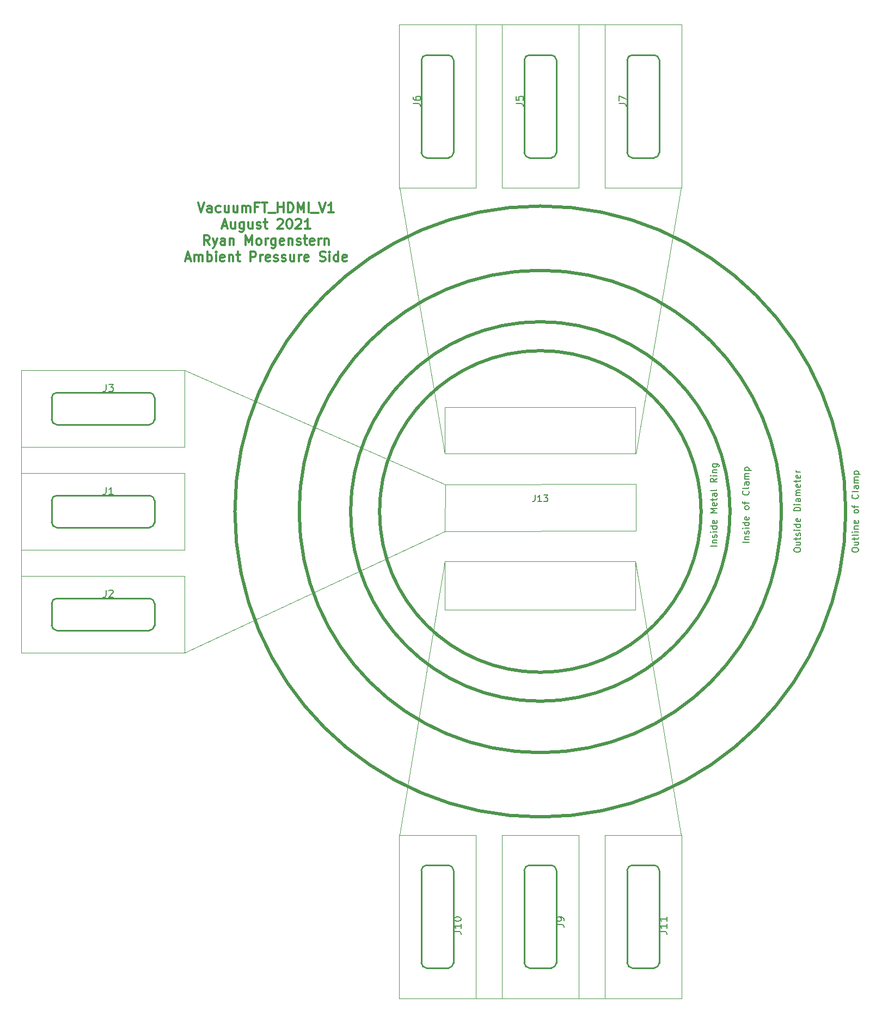
<source format=gbr>
%TF.GenerationSoftware,KiCad,Pcbnew,(5.1.9)-1*%
%TF.CreationDate,2021-08-09T12:21:21-06:00*%
%TF.ProjectId,VacuumFeedThruHDMI,56616375-756d-4466-9565-645468727548,rev?*%
%TF.SameCoordinates,Original*%
%TF.FileFunction,Legend,Top*%
%TF.FilePolarity,Positive*%
%FSLAX46Y46*%
G04 Gerber Fmt 4.6, Leading zero omitted, Abs format (unit mm)*
G04 Created by KiCad (PCBNEW (5.1.9)-1) date 2021-08-09 12:21:21*
%MOMM*%
%LPD*%
G01*
G04 APERTURE LIST*
%ADD10C,0.300000*%
%ADD11C,0.120000*%
%ADD12C,0.254000*%
%ADD13C,0.500000*%
%ADD14C,0.152000*%
%ADD15C,0.150000*%
G04 APERTURE END LIST*
D10*
X-53242857Y48046428D02*
X-52742857Y46546428D01*
X-52242857Y48046428D01*
X-51100000Y46546428D02*
X-51100000Y47332142D01*
X-51171428Y47475000D01*
X-51314285Y47546428D01*
X-51600000Y47546428D01*
X-51742857Y47475000D01*
X-51100000Y46617857D02*
X-51242857Y46546428D01*
X-51600000Y46546428D01*
X-51742857Y46617857D01*
X-51814285Y46760714D01*
X-51814285Y46903571D01*
X-51742857Y47046428D01*
X-51600000Y47117857D01*
X-51242857Y47117857D01*
X-51100000Y47189285D01*
X-49742857Y46617857D02*
X-49885714Y46546428D01*
X-50171428Y46546428D01*
X-50314285Y46617857D01*
X-50385714Y46689285D01*
X-50457142Y46832142D01*
X-50457142Y47260714D01*
X-50385714Y47403571D01*
X-50314285Y47475000D01*
X-50171428Y47546428D01*
X-49885714Y47546428D01*
X-49742857Y47475000D01*
X-48457142Y47546428D02*
X-48457142Y46546428D01*
X-49100000Y47546428D02*
X-49100000Y46760714D01*
X-49028571Y46617857D01*
X-48885714Y46546428D01*
X-48671428Y46546428D01*
X-48528571Y46617857D01*
X-48457142Y46689285D01*
X-47100000Y47546428D02*
X-47100000Y46546428D01*
X-47742857Y47546428D02*
X-47742857Y46760714D01*
X-47671428Y46617857D01*
X-47528571Y46546428D01*
X-47314285Y46546428D01*
X-47171428Y46617857D01*
X-47100000Y46689285D01*
X-46385714Y46546428D02*
X-46385714Y47546428D01*
X-46385714Y47403571D02*
X-46314285Y47475000D01*
X-46171428Y47546428D01*
X-45957142Y47546428D01*
X-45814285Y47475000D01*
X-45742857Y47332142D01*
X-45742857Y46546428D01*
X-45742857Y47332142D02*
X-45671428Y47475000D01*
X-45528571Y47546428D01*
X-45314285Y47546428D01*
X-45171428Y47475000D01*
X-45100000Y47332142D01*
X-45100000Y46546428D01*
X-43885714Y47332142D02*
X-44385714Y47332142D01*
X-44385714Y46546428D02*
X-44385714Y48046428D01*
X-43671428Y48046428D01*
X-43314285Y48046428D02*
X-42457142Y48046428D01*
X-42885714Y46546428D02*
X-42885714Y48046428D01*
X-42314285Y46403571D02*
X-41171428Y46403571D01*
X-40814285Y46546428D02*
X-40814285Y48046428D01*
X-40814285Y47332142D02*
X-39957142Y47332142D01*
X-39957142Y46546428D02*
X-39957142Y48046428D01*
X-39242857Y46546428D02*
X-39242857Y48046428D01*
X-38885714Y48046428D01*
X-38671428Y47975000D01*
X-38528571Y47832142D01*
X-38457142Y47689285D01*
X-38385714Y47403571D01*
X-38385714Y47189285D01*
X-38457142Y46903571D01*
X-38528571Y46760714D01*
X-38671428Y46617857D01*
X-38885714Y46546428D01*
X-39242857Y46546428D01*
X-37742857Y46546428D02*
X-37742857Y48046428D01*
X-37242857Y46975000D01*
X-36742857Y48046428D01*
X-36742857Y46546428D01*
X-36028571Y46546428D02*
X-36028571Y48046428D01*
X-35671428Y46403571D02*
X-34528571Y46403571D01*
X-34385714Y48046428D02*
X-33885714Y46546428D01*
X-33385714Y48046428D01*
X-32100000Y46546428D02*
X-32957142Y46546428D01*
X-32528571Y46546428D02*
X-32528571Y48046428D01*
X-32671428Y47832142D01*
X-32814285Y47689285D01*
X-32957142Y47617857D01*
X-49457142Y44425000D02*
X-48742857Y44425000D01*
X-49600000Y43996428D02*
X-49100000Y45496428D01*
X-48600000Y43996428D01*
X-47457142Y44996428D02*
X-47457142Y43996428D01*
X-48100000Y44996428D02*
X-48100000Y44210714D01*
X-48028571Y44067857D01*
X-47885714Y43996428D01*
X-47671428Y43996428D01*
X-47528571Y44067857D01*
X-47457142Y44139285D01*
X-46100000Y44996428D02*
X-46100000Y43782142D01*
X-46171428Y43639285D01*
X-46242857Y43567857D01*
X-46385714Y43496428D01*
X-46600000Y43496428D01*
X-46742857Y43567857D01*
X-46100000Y44067857D02*
X-46242857Y43996428D01*
X-46528571Y43996428D01*
X-46671428Y44067857D01*
X-46742857Y44139285D01*
X-46814285Y44282142D01*
X-46814285Y44710714D01*
X-46742857Y44853571D01*
X-46671428Y44925000D01*
X-46528571Y44996428D01*
X-46242857Y44996428D01*
X-46100000Y44925000D01*
X-44742857Y44996428D02*
X-44742857Y43996428D01*
X-45385714Y44996428D02*
X-45385714Y44210714D01*
X-45314285Y44067857D01*
X-45171428Y43996428D01*
X-44957142Y43996428D01*
X-44814285Y44067857D01*
X-44742857Y44139285D01*
X-44100000Y44067857D02*
X-43957142Y43996428D01*
X-43671428Y43996428D01*
X-43528571Y44067857D01*
X-43457142Y44210714D01*
X-43457142Y44282142D01*
X-43528571Y44425000D01*
X-43671428Y44496428D01*
X-43885714Y44496428D01*
X-44028571Y44567857D01*
X-44100000Y44710714D01*
X-44100000Y44782142D01*
X-44028571Y44925000D01*
X-43885714Y44996428D01*
X-43671428Y44996428D01*
X-43528571Y44925000D01*
X-43028571Y44996428D02*
X-42457142Y44996428D01*
X-42814285Y45496428D02*
X-42814285Y44210714D01*
X-42742857Y44067857D01*
X-42600000Y43996428D01*
X-42457142Y43996428D01*
X-40885714Y45353571D02*
X-40814285Y45425000D01*
X-40671428Y45496428D01*
X-40314285Y45496428D01*
X-40171428Y45425000D01*
X-40100000Y45353571D01*
X-40028571Y45210714D01*
X-40028571Y45067857D01*
X-40100000Y44853571D01*
X-40957142Y43996428D01*
X-40028571Y43996428D01*
X-39100000Y45496428D02*
X-38957142Y45496428D01*
X-38814285Y45425000D01*
X-38742857Y45353571D01*
X-38671428Y45210714D01*
X-38600000Y44925000D01*
X-38600000Y44567857D01*
X-38671428Y44282142D01*
X-38742857Y44139285D01*
X-38814285Y44067857D01*
X-38957142Y43996428D01*
X-39100000Y43996428D01*
X-39242857Y44067857D01*
X-39314285Y44139285D01*
X-39385714Y44282142D01*
X-39457142Y44567857D01*
X-39457142Y44925000D01*
X-39385714Y45210714D01*
X-39314285Y45353571D01*
X-39242857Y45425000D01*
X-39100000Y45496428D01*
X-38028571Y45353571D02*
X-37957142Y45425000D01*
X-37814285Y45496428D01*
X-37457142Y45496428D01*
X-37314285Y45425000D01*
X-37242857Y45353571D01*
X-37171428Y45210714D01*
X-37171428Y45067857D01*
X-37242857Y44853571D01*
X-38100000Y43996428D01*
X-37171428Y43996428D01*
X-35742857Y43996428D02*
X-36600000Y43996428D01*
X-36171428Y43996428D02*
X-36171428Y45496428D01*
X-36314285Y45282142D01*
X-36457142Y45139285D01*
X-36600000Y45067857D01*
X-51457142Y41446428D02*
X-51957142Y42160714D01*
X-52314285Y41446428D02*
X-52314285Y42946428D01*
X-51742857Y42946428D01*
X-51600000Y42875000D01*
X-51528571Y42803571D01*
X-51457142Y42660714D01*
X-51457142Y42446428D01*
X-51528571Y42303571D01*
X-51600000Y42232142D01*
X-51742857Y42160714D01*
X-52314285Y42160714D01*
X-50957142Y42446428D02*
X-50600000Y41446428D01*
X-50242857Y42446428D02*
X-50600000Y41446428D01*
X-50742857Y41089285D01*
X-50814285Y41017857D01*
X-50957142Y40946428D01*
X-49028571Y41446428D02*
X-49028571Y42232142D01*
X-49100000Y42375000D01*
X-49242857Y42446428D01*
X-49528571Y42446428D01*
X-49671428Y42375000D01*
X-49028571Y41517857D02*
X-49171428Y41446428D01*
X-49528571Y41446428D01*
X-49671428Y41517857D01*
X-49742857Y41660714D01*
X-49742857Y41803571D01*
X-49671428Y41946428D01*
X-49528571Y42017857D01*
X-49171428Y42017857D01*
X-49028571Y42089285D01*
X-48314285Y42446428D02*
X-48314285Y41446428D01*
X-48314285Y42303571D02*
X-48242857Y42375000D01*
X-48100000Y42446428D01*
X-47885714Y42446428D01*
X-47742857Y42375000D01*
X-47671428Y42232142D01*
X-47671428Y41446428D01*
X-45814285Y41446428D02*
X-45814285Y42946428D01*
X-45314285Y41875000D01*
X-44814285Y42946428D01*
X-44814285Y41446428D01*
X-43885714Y41446428D02*
X-44028571Y41517857D01*
X-44100000Y41589285D01*
X-44171428Y41732142D01*
X-44171428Y42160714D01*
X-44100000Y42303571D01*
X-44028571Y42375000D01*
X-43885714Y42446428D01*
X-43671428Y42446428D01*
X-43528571Y42375000D01*
X-43457142Y42303571D01*
X-43385714Y42160714D01*
X-43385714Y41732142D01*
X-43457142Y41589285D01*
X-43528571Y41517857D01*
X-43671428Y41446428D01*
X-43885714Y41446428D01*
X-42742857Y41446428D02*
X-42742857Y42446428D01*
X-42742857Y42160714D02*
X-42671428Y42303571D01*
X-42600000Y42375000D01*
X-42457142Y42446428D01*
X-42314285Y42446428D01*
X-41171428Y42446428D02*
X-41171428Y41232142D01*
X-41242857Y41089285D01*
X-41314285Y41017857D01*
X-41457142Y40946428D01*
X-41671428Y40946428D01*
X-41814285Y41017857D01*
X-41171428Y41517857D02*
X-41314285Y41446428D01*
X-41600000Y41446428D01*
X-41742857Y41517857D01*
X-41814285Y41589285D01*
X-41885714Y41732142D01*
X-41885714Y42160714D01*
X-41814285Y42303571D01*
X-41742857Y42375000D01*
X-41600000Y42446428D01*
X-41314285Y42446428D01*
X-41171428Y42375000D01*
X-39885714Y41517857D02*
X-40028571Y41446428D01*
X-40314285Y41446428D01*
X-40457142Y41517857D01*
X-40528571Y41660714D01*
X-40528571Y42232142D01*
X-40457142Y42375000D01*
X-40314285Y42446428D01*
X-40028571Y42446428D01*
X-39885714Y42375000D01*
X-39814285Y42232142D01*
X-39814285Y42089285D01*
X-40528571Y41946428D01*
X-39171428Y42446428D02*
X-39171428Y41446428D01*
X-39171428Y42303571D02*
X-39100000Y42375000D01*
X-38957142Y42446428D01*
X-38742857Y42446428D01*
X-38600000Y42375000D01*
X-38528571Y42232142D01*
X-38528571Y41446428D01*
X-37885714Y41517857D02*
X-37742857Y41446428D01*
X-37457142Y41446428D01*
X-37314285Y41517857D01*
X-37242857Y41660714D01*
X-37242857Y41732142D01*
X-37314285Y41875000D01*
X-37457142Y41946428D01*
X-37671428Y41946428D01*
X-37814285Y42017857D01*
X-37885714Y42160714D01*
X-37885714Y42232142D01*
X-37814285Y42375000D01*
X-37671428Y42446428D01*
X-37457142Y42446428D01*
X-37314285Y42375000D01*
X-36814285Y42446428D02*
X-36242857Y42446428D01*
X-36600000Y42946428D02*
X-36600000Y41660714D01*
X-36528571Y41517857D01*
X-36385714Y41446428D01*
X-36242857Y41446428D01*
X-35171428Y41517857D02*
X-35314285Y41446428D01*
X-35600000Y41446428D01*
X-35742857Y41517857D01*
X-35814285Y41660714D01*
X-35814285Y42232142D01*
X-35742857Y42375000D01*
X-35600000Y42446428D01*
X-35314285Y42446428D01*
X-35171428Y42375000D01*
X-35100000Y42232142D01*
X-35100000Y42089285D01*
X-35814285Y41946428D01*
X-34457142Y41446428D02*
X-34457142Y42446428D01*
X-34457142Y42160714D02*
X-34385714Y42303571D01*
X-34314285Y42375000D01*
X-34171428Y42446428D01*
X-34028571Y42446428D01*
X-33528571Y42446428D02*
X-33528571Y41446428D01*
X-33528571Y42303571D02*
X-33457142Y42375000D01*
X-33314285Y42446428D01*
X-33100000Y42446428D01*
X-32957142Y42375000D01*
X-32885714Y42232142D01*
X-32885714Y41446428D01*
X-55135714Y39325000D02*
X-54421428Y39325000D01*
X-55278571Y38896428D02*
X-54778571Y40396428D01*
X-54278571Y38896428D01*
X-53778571Y38896428D02*
X-53778571Y39896428D01*
X-53778571Y39753571D02*
X-53707142Y39825000D01*
X-53564285Y39896428D01*
X-53349999Y39896428D01*
X-53207142Y39825000D01*
X-53135714Y39682142D01*
X-53135714Y38896428D01*
X-53135714Y39682142D02*
X-53064285Y39825000D01*
X-52921428Y39896428D01*
X-52707142Y39896428D01*
X-52564285Y39825000D01*
X-52492857Y39682142D01*
X-52492857Y38896428D01*
X-51778571Y38896428D02*
X-51778571Y40396428D01*
X-51778571Y39825000D02*
X-51635714Y39896428D01*
X-51350000Y39896428D01*
X-51207142Y39825000D01*
X-51135714Y39753571D01*
X-51064285Y39610714D01*
X-51064285Y39182142D01*
X-51135714Y39039285D01*
X-51207142Y38967857D01*
X-51350000Y38896428D01*
X-51635714Y38896428D01*
X-51778571Y38967857D01*
X-50421428Y38896428D02*
X-50421428Y39896428D01*
X-50421428Y40396428D02*
X-50492857Y40325000D01*
X-50421428Y40253571D01*
X-50350000Y40325000D01*
X-50421428Y40396428D01*
X-50421428Y40253571D01*
X-49135714Y38967857D02*
X-49278571Y38896428D01*
X-49564285Y38896428D01*
X-49707142Y38967857D01*
X-49778571Y39110714D01*
X-49778571Y39682142D01*
X-49707142Y39825000D01*
X-49564285Y39896428D01*
X-49278571Y39896428D01*
X-49135714Y39825000D01*
X-49064285Y39682142D01*
X-49064285Y39539285D01*
X-49778571Y39396428D01*
X-48421428Y39896428D02*
X-48421428Y38896428D01*
X-48421428Y39753571D02*
X-48350000Y39825000D01*
X-48207142Y39896428D01*
X-47992857Y39896428D01*
X-47850000Y39825000D01*
X-47778571Y39682142D01*
X-47778571Y38896428D01*
X-47278571Y39896428D02*
X-46707142Y39896428D01*
X-47064285Y40396428D02*
X-47064285Y39110714D01*
X-46992857Y38967857D01*
X-46850000Y38896428D01*
X-46707142Y38896428D01*
X-45064285Y38896428D02*
X-45064285Y40396428D01*
X-44492857Y40396428D01*
X-44350000Y40325000D01*
X-44278571Y40253571D01*
X-44207142Y40110714D01*
X-44207142Y39896428D01*
X-44278571Y39753571D01*
X-44350000Y39682142D01*
X-44492857Y39610714D01*
X-45064285Y39610714D01*
X-43564285Y38896428D02*
X-43564285Y39896428D01*
X-43564285Y39610714D02*
X-43492857Y39753571D01*
X-43421428Y39825000D01*
X-43278571Y39896428D01*
X-43135714Y39896428D01*
X-42064285Y38967857D02*
X-42207142Y38896428D01*
X-42492857Y38896428D01*
X-42635714Y38967857D01*
X-42707142Y39110714D01*
X-42707142Y39682142D01*
X-42635714Y39825000D01*
X-42492857Y39896428D01*
X-42207142Y39896428D01*
X-42064285Y39825000D01*
X-41992857Y39682142D01*
X-41992857Y39539285D01*
X-42707142Y39396428D01*
X-41421428Y38967857D02*
X-41278571Y38896428D01*
X-40992857Y38896428D01*
X-40850000Y38967857D01*
X-40778571Y39110714D01*
X-40778571Y39182142D01*
X-40850000Y39325000D01*
X-40992857Y39396428D01*
X-41207142Y39396428D01*
X-41350000Y39467857D01*
X-41421428Y39610714D01*
X-41421428Y39682142D01*
X-41350000Y39825000D01*
X-41207142Y39896428D01*
X-40992857Y39896428D01*
X-40850000Y39825000D01*
X-40207142Y38967857D02*
X-40064285Y38896428D01*
X-39778571Y38896428D01*
X-39635714Y38967857D01*
X-39564285Y39110714D01*
X-39564285Y39182142D01*
X-39635714Y39325000D01*
X-39778571Y39396428D01*
X-39992857Y39396428D01*
X-40135714Y39467857D01*
X-40207142Y39610714D01*
X-40207142Y39682142D01*
X-40135714Y39825000D01*
X-39992857Y39896428D01*
X-39778571Y39896428D01*
X-39635714Y39825000D01*
X-38278571Y39896428D02*
X-38278571Y38896428D01*
X-38921428Y39896428D02*
X-38921428Y39110714D01*
X-38849999Y38967857D01*
X-38707142Y38896428D01*
X-38492857Y38896428D01*
X-38350000Y38967857D01*
X-38278571Y39039285D01*
X-37564285Y38896428D02*
X-37564285Y39896428D01*
X-37564285Y39610714D02*
X-37492857Y39753571D01*
X-37421428Y39825000D01*
X-37278571Y39896428D01*
X-37135714Y39896428D01*
X-36064285Y38967857D02*
X-36207142Y38896428D01*
X-36492857Y38896428D01*
X-36635714Y38967857D01*
X-36707142Y39110714D01*
X-36707142Y39682142D01*
X-36635714Y39825000D01*
X-36492857Y39896428D01*
X-36207142Y39896428D01*
X-36064285Y39825000D01*
X-35992857Y39682142D01*
X-35992857Y39539285D01*
X-36707142Y39396428D01*
X-34278571Y38967857D02*
X-34064285Y38896428D01*
X-33707142Y38896428D01*
X-33564285Y38967857D01*
X-33492857Y39039285D01*
X-33421428Y39182142D01*
X-33421428Y39325000D01*
X-33492857Y39467857D01*
X-33564285Y39539285D01*
X-33707142Y39610714D01*
X-33992857Y39682142D01*
X-34135714Y39753571D01*
X-34207142Y39825000D01*
X-34278571Y39967857D01*
X-34278571Y40110714D01*
X-34207142Y40253571D01*
X-34135714Y40325000D01*
X-33992857Y40396428D01*
X-33635714Y40396428D01*
X-33421428Y40325000D01*
X-32778571Y38896428D02*
X-32778571Y39896428D01*
X-32778571Y40396428D02*
X-32849999Y40325000D01*
X-32778571Y40253571D01*
X-32707142Y40325000D01*
X-32778571Y40396428D01*
X-32778571Y40253571D01*
X-31421428Y38896428D02*
X-31421428Y40396428D01*
X-31421428Y38967857D02*
X-31564285Y38896428D01*
X-31849999Y38896428D01*
X-31992857Y38967857D01*
X-32064285Y39039285D01*
X-32135714Y39182142D01*
X-32135714Y39610714D01*
X-32064285Y39753571D01*
X-31992857Y39825000D01*
X-31849999Y39896428D01*
X-31564285Y39896428D01*
X-31421428Y39825000D01*
X-30135714Y38967857D02*
X-30278571Y38896428D01*
X-30564285Y38896428D01*
X-30707142Y38967857D01*
X-30778571Y39110714D01*
X-30778571Y39682142D01*
X-30707142Y39825000D01*
X-30564285Y39896428D01*
X-30278571Y39896428D01*
X-30135714Y39825000D01*
X-30064285Y39682142D01*
X-30064285Y39539285D01*
X-30778571Y39396428D01*
D11*
X14750000Y16250000D02*
X14750000Y8990000D01*
X-14860000Y16250000D02*
X14750000Y16250000D01*
X-14860000Y9000000D02*
X-14860000Y16250000D01*
X14800000Y-7750000D02*
X14800000Y-15250000D01*
X-14840000Y-15250000D02*
X14800000Y-15250000D01*
X-14840000Y-7750000D02*
X-14840000Y-15250000D01*
X14900000Y-3000000D02*
X-14840000Y-3110000D01*
X14900000Y4250000D02*
X14900000Y-3000000D01*
X-14800000Y4200000D02*
X14900000Y4250000D01*
X14800000Y-7750000D02*
X-14840000Y-7750000D01*
X21900000Y-50300000D02*
X14800000Y-7750000D01*
X-19000000Y-75700000D02*
X19000000Y-75700000D01*
X-14840000Y-7750000D02*
X-21900000Y-50300000D01*
X-14860000Y9000000D02*
X14840000Y8990000D01*
X-14800000Y4200000D02*
X-14840000Y-3110000D01*
X-55300000Y-22000000D02*
X-14840000Y-3110000D01*
X-80700000Y19000000D02*
X-80700000Y-19000000D01*
X-14800000Y4200000D02*
X-55300000Y22000000D01*
X-19000000Y75700000D02*
X19000000Y75700000D01*
X-14860000Y9000000D02*
X-21900000Y50300000D01*
X14840000Y8990000D02*
X21900000Y50300000D01*
D12*
%TO.C,J11*%
X17699391Y-70999077D02*
G75*
G03*
X18500000Y-70200000I-39391J840077D01*
G01*
X14300579Y-55000924D02*
G75*
G03*
X13500000Y-55800000I39421J-840076D01*
G01*
X13499923Y-70200391D02*
G75*
G03*
X14299000Y-71001000I840077J39391D01*
G01*
X18500076Y-55799579D02*
G75*
G03*
X17701000Y-54999000I-840076J-39421D01*
G01*
D11*
X22000000Y-50300000D02*
X22000000Y-75700000D01*
D12*
X14300000Y-71000000D02*
X17700000Y-71000000D01*
X17700000Y-55000000D02*
X14300000Y-55000000D01*
X13500000Y-70200000D02*
X13500000Y-55800000D01*
X18500000Y-55800000D02*
X18500000Y-70200000D01*
D11*
X22000000Y-75700000D02*
X10000000Y-75700000D01*
X22000000Y-50300000D02*
X10000000Y-50300000D01*
X10000000Y-50300000D02*
X10000000Y-75700000D01*
D12*
%TO.C,J10*%
X-14300609Y-70999077D02*
G75*
G03*
X-13500000Y-70200000I-39391J840077D01*
G01*
X-17699421Y-55000924D02*
G75*
G03*
X-18500000Y-55800000I39421J-840076D01*
G01*
X-18500077Y-70200391D02*
G75*
G03*
X-17701000Y-71001000I840077J39391D01*
G01*
X-13499924Y-55799579D02*
G75*
G03*
X-14299000Y-54999000I-840076J-39421D01*
G01*
D11*
X-10000000Y-50300000D02*
X-10000000Y-75700000D01*
D12*
X-17700000Y-71000000D02*
X-14300000Y-71000000D01*
X-14300000Y-55000000D02*
X-17700000Y-55000000D01*
X-18500000Y-70200000D02*
X-18500000Y-55800000D01*
X-13500000Y-55800000D02*
X-13500000Y-70200000D01*
D11*
X-10000000Y-75700000D02*
X-22000000Y-75700000D01*
X-10000000Y-50300000D02*
X-22000000Y-50300000D01*
X-22000000Y-50300000D02*
X-22000000Y-75700000D01*
D12*
%TO.C,J9*%
X1699391Y-70999077D02*
G75*
G03*
X2500000Y-70200000I-39391J840077D01*
G01*
X-1699421Y-55000924D02*
G75*
G03*
X-2500000Y-55800000I39421J-840076D01*
G01*
X-2500077Y-70200391D02*
G75*
G03*
X-1701000Y-71001000I840077J39391D01*
G01*
X2500076Y-55799579D02*
G75*
G03*
X1701000Y-54999000I-840076J-39421D01*
G01*
D11*
X6000000Y-50300000D02*
X6000000Y-75700000D01*
D12*
X-1700000Y-71000000D02*
X1700000Y-71000000D01*
X1700000Y-55000000D02*
X-1700000Y-55000000D01*
X-2500000Y-70200000D02*
X-2500000Y-55800000D01*
X2500000Y-55800000D02*
X2500000Y-70200000D01*
D11*
X6000000Y-75700000D02*
X-6000000Y-75700000D01*
X6000000Y-50300000D02*
X-6000000Y-50300000D01*
X-6000000Y-50300000D02*
X-6000000Y-75700000D01*
D12*
%TO.C,J7*%
X14300609Y70999077D02*
G75*
G03*
X13500000Y70200000I39391J-840077D01*
G01*
X17699421Y55000924D02*
G75*
G03*
X18500000Y55800000I-39421J840076D01*
G01*
X18500077Y70200391D02*
G75*
G03*
X17701000Y71001000I-840077J-39391D01*
G01*
X13499924Y55799579D02*
G75*
G03*
X14299000Y54999000I840076J39421D01*
G01*
D11*
X10000000Y50300000D02*
X10000000Y75700000D01*
D12*
X17700000Y71000000D02*
X14300000Y71000000D01*
X14300000Y55000000D02*
X17700000Y55000000D01*
X18500000Y70200000D02*
X18500000Y55800000D01*
X13500000Y55800000D02*
X13500000Y70200000D01*
D11*
X10000000Y75700000D02*
X22000000Y75700000D01*
X10000000Y50300000D02*
X22000000Y50300000D01*
X22000000Y50300000D02*
X22000000Y75700000D01*
D12*
%TO.C,J6*%
X-17699391Y70999077D02*
G75*
G03*
X-18500000Y70200000I39391J-840077D01*
G01*
X-14300579Y55000924D02*
G75*
G03*
X-13500000Y55800000I-39421J840076D01*
G01*
X-13499923Y70200391D02*
G75*
G03*
X-14299000Y71001000I-840077J-39391D01*
G01*
X-18500076Y55799579D02*
G75*
G03*
X-17701000Y54999000I840076J39421D01*
G01*
D11*
X-22000000Y50300000D02*
X-22000000Y75700000D01*
D12*
X-14300000Y71000000D02*
X-17700000Y71000000D01*
X-17700000Y55000000D02*
X-14300000Y55000000D01*
X-13500000Y70200000D02*
X-13500000Y55800000D01*
X-18500000Y55800000D02*
X-18500000Y70200000D01*
D11*
X-22000000Y75700000D02*
X-10000000Y75700000D01*
X-22000000Y50300000D02*
X-10000000Y50300000D01*
X-10000000Y50300000D02*
X-10000000Y75700000D01*
D12*
%TO.C,J5*%
X-1699391Y70999077D02*
G75*
G03*
X-2500000Y70200000I39391J-840077D01*
G01*
X1699421Y55000924D02*
G75*
G03*
X2500000Y55800000I-39421J840076D01*
G01*
X2500077Y70200391D02*
G75*
G03*
X1701000Y71001000I-840077J-39391D01*
G01*
X-2500076Y55799579D02*
G75*
G03*
X-1701000Y54999000I840076J39421D01*
G01*
D11*
X-6000000Y50300000D02*
X-6000000Y75700000D01*
D12*
X1700000Y71000000D02*
X-1700000Y71000000D01*
X-1700000Y55000000D02*
X1700000Y55000000D01*
X2500000Y70200000D02*
X2500000Y55800000D01*
X-2500000Y55800000D02*
X-2500000Y70200000D01*
D11*
X-6000000Y75700000D02*
X6000000Y75700000D01*
X-6000000Y50300000D02*
X6000000Y50300000D01*
X6000000Y50300000D02*
X6000000Y75700000D01*
D12*
%TO.C,J3*%
X-60000923Y17699391D02*
G75*
G03*
X-60800000Y18500000I-840077J-39391D01*
G01*
X-75999076Y14300579D02*
G75*
G03*
X-75200000Y13500000I840076J39421D01*
G01*
X-60799609Y13499923D02*
G75*
G03*
X-59999000Y14299000I-39391J840077D01*
G01*
X-75200421Y18500076D02*
G75*
G03*
X-76001000Y17701000I39421J-840076D01*
G01*
D11*
X-80700000Y22000000D02*
X-55300000Y22000000D01*
D12*
X-60000000Y14300000D02*
X-60000000Y17700000D01*
X-76000000Y17700000D02*
X-76000000Y14300000D01*
X-60800000Y13500000D02*
X-75200000Y13500000D01*
X-75200000Y18500000D02*
X-60800000Y18500000D01*
D11*
X-55300000Y22000000D02*
X-55300000Y10000000D01*
X-80700000Y22000000D02*
X-80700000Y10000000D01*
X-80700000Y10000000D02*
X-55300000Y10000000D01*
D12*
%TO.C,J2*%
X-60000923Y-14300609D02*
G75*
G03*
X-60800000Y-13500000I-840077J-39391D01*
G01*
X-75999076Y-17699421D02*
G75*
G03*
X-75200000Y-18500000I840076J39421D01*
G01*
X-60799609Y-18500077D02*
G75*
G03*
X-59999000Y-17701000I-39391J840077D01*
G01*
X-75200421Y-13499924D02*
G75*
G03*
X-76001000Y-14299000I39421J-840076D01*
G01*
D11*
X-80700000Y-10000000D02*
X-55300000Y-10000000D01*
D12*
X-60000000Y-17700000D02*
X-60000000Y-14300000D01*
X-76000000Y-14300000D02*
X-76000000Y-17700000D01*
X-60800000Y-18500000D02*
X-75200000Y-18500000D01*
X-75200000Y-13500000D02*
X-60800000Y-13500000D01*
D11*
X-55300000Y-10000000D02*
X-55300000Y-22000000D01*
X-80700000Y-10000000D02*
X-80700000Y-22000000D01*
X-80700000Y-22000000D02*
X-55300000Y-22000000D01*
D12*
%TO.C,J1*%
X-60000923Y1699391D02*
G75*
G03*
X-60800000Y2500000I-840077J-39391D01*
G01*
X-75999076Y-1699421D02*
G75*
G03*
X-75200000Y-2500000I840076J39421D01*
G01*
X-60799609Y-2500077D02*
G75*
G03*
X-59999000Y-1701000I-39391J840077D01*
G01*
X-75200421Y2500076D02*
G75*
G03*
X-76001000Y1701000I39421J-840076D01*
G01*
D11*
X-80700000Y6000000D02*
X-55300000Y6000000D01*
D12*
X-60000000Y-1700000D02*
X-60000000Y1700000D01*
X-76000000Y1700000D02*
X-76000000Y-1700000D01*
X-60800000Y-2500000D02*
X-75200000Y-2500000D01*
X-75200000Y2500000D02*
X-60800000Y2500000D01*
D11*
X-55300000Y6000000D02*
X-55300000Y-6000000D01*
X-80700000Y6000000D02*
X-80700000Y-6000000D01*
X-80700000Y-6000000D02*
X-55300000Y-6000000D01*
D13*
%TO.C,J13*%
X25000000Y0D02*
G75*
G03*
X25000000Y0I-25000000J0D01*
G01*
X37500000Y0D02*
G75*
G03*
X37500000Y0I-37500000J0D01*
G01*
X47500000Y0D02*
G75*
G03*
X47500000Y0I-47500000J0D01*
G01*
X29500000Y0D02*
G75*
G03*
X29500000Y0I-29500000J0D01*
G01*
%TO.C,J11*%
D14*
X18538071Y-65302085D02*
X19354500Y-65302085D01*
X19517785Y-65356514D01*
X19626642Y-65465371D01*
X19681071Y-65628657D01*
X19681071Y-65737514D01*
X19681071Y-64159085D02*
X19681071Y-64812228D01*
X19681071Y-64485657D02*
X18538071Y-64485657D01*
X18701357Y-64594514D01*
X18810214Y-64703371D01*
X18864642Y-64812228D01*
X19681071Y-63070514D02*
X19681071Y-63723657D01*
X19681071Y-63397085D02*
X18538071Y-63397085D01*
X18701357Y-63505942D01*
X18810214Y-63614800D01*
X18864642Y-63723657D01*
%TO.C,J10*%
X-13461928Y-65302085D02*
X-12645500Y-65302085D01*
X-12482214Y-65356514D01*
X-12373357Y-65465371D01*
X-12318928Y-65628657D01*
X-12318928Y-65737514D01*
X-12318928Y-64159085D02*
X-12318928Y-64812228D01*
X-12318928Y-64485657D02*
X-13461928Y-64485657D01*
X-13298642Y-64594514D01*
X-13189785Y-64703371D01*
X-13135357Y-64812228D01*
X-13461928Y-63451514D02*
X-13461928Y-63342657D01*
X-13407500Y-63233800D01*
X-13353071Y-63179371D01*
X-13244214Y-63124942D01*
X-13026500Y-63070514D01*
X-12754357Y-63070514D01*
X-12536642Y-63124942D01*
X-12427785Y-63179371D01*
X-12373357Y-63233800D01*
X-12318928Y-63342657D01*
X-12318928Y-63451514D01*
X-12373357Y-63560371D01*
X-12427785Y-63614800D01*
X-12536642Y-63669228D01*
X-12754357Y-63723657D01*
X-13026500Y-63723657D01*
X-13244214Y-63669228D01*
X-13353071Y-63614800D01*
X-13407500Y-63560371D01*
X-13461928Y-63451514D01*
%TO.C,J9*%
X2538071Y-64213514D02*
X3354500Y-64213514D01*
X3517785Y-64267942D01*
X3626642Y-64376800D01*
X3681071Y-64540085D01*
X3681071Y-64648942D01*
X3681071Y-63614800D02*
X3681071Y-63397085D01*
X3626642Y-63288228D01*
X3572214Y-63233800D01*
X3408928Y-63124942D01*
X3191214Y-63070514D01*
X2755785Y-63070514D01*
X2646928Y-63124942D01*
X2592500Y-63179371D01*
X2538071Y-63288228D01*
X2538071Y-63505942D01*
X2592500Y-63614800D01*
X2646928Y-63669228D01*
X2755785Y-63723657D01*
X3027928Y-63723657D01*
X3136785Y-63669228D01*
X3191214Y-63614800D01*
X3245642Y-63505942D01*
X3245642Y-63288228D01*
X3191214Y-63179371D01*
X3136785Y-63124942D01*
X3027928Y-63070514D01*
%TO.C,J7*%
X12210071Y63451514D02*
X13026500Y63451514D01*
X13189785Y63397085D01*
X13298642Y63288228D01*
X13353071Y63124942D01*
X13353071Y63016085D01*
X12210071Y63886942D02*
X12210071Y64648942D01*
X13353071Y64159085D01*
%TO.C,J6*%
X-19789928Y63451514D02*
X-18973500Y63451514D01*
X-18810214Y63397085D01*
X-18701357Y63288228D01*
X-18646928Y63124942D01*
X-18646928Y63016085D01*
X-19789928Y64485657D02*
X-19789928Y64267942D01*
X-19735500Y64159085D01*
X-19681071Y64104657D01*
X-19517785Y63995800D01*
X-19300071Y63941371D01*
X-18864642Y63941371D01*
X-18755785Y63995800D01*
X-18701357Y64050228D01*
X-18646928Y64159085D01*
X-18646928Y64376800D01*
X-18701357Y64485657D01*
X-18755785Y64540085D01*
X-18864642Y64594514D01*
X-19136785Y64594514D01*
X-19245642Y64540085D01*
X-19300071Y64485657D01*
X-19354500Y64376800D01*
X-19354500Y64159085D01*
X-19300071Y64050228D01*
X-19245642Y63995800D01*
X-19136785Y63941371D01*
%TO.C,J5*%
X-3789928Y63451514D02*
X-2973500Y63451514D01*
X-2810214Y63397085D01*
X-2701357Y63288228D01*
X-2646928Y63124942D01*
X-2646928Y63016085D01*
X-3789928Y64540085D02*
X-3789928Y63995800D01*
X-3245642Y63941371D01*
X-3300071Y63995800D01*
X-3354500Y64104657D01*
X-3354500Y64376800D01*
X-3300071Y64485657D01*
X-3245642Y64540085D01*
X-3136785Y64594514D01*
X-2864642Y64594514D01*
X-2755785Y64540085D01*
X-2701357Y64485657D01*
X-2646928Y64376800D01*
X-2646928Y64104657D01*
X-2701357Y63995800D01*
X-2755785Y63941371D01*
%TO.C,J3*%
X-67548485Y19789928D02*
X-67548485Y18973500D01*
X-67602914Y18810214D01*
X-67711771Y18701357D01*
X-67875057Y18646928D01*
X-67983914Y18646928D01*
X-67113057Y19789928D02*
X-66405485Y19789928D01*
X-66786485Y19354500D01*
X-66623200Y19354500D01*
X-66514342Y19300071D01*
X-66459914Y19245642D01*
X-66405485Y19136785D01*
X-66405485Y18864642D01*
X-66459914Y18755785D01*
X-66514342Y18701357D01*
X-66623200Y18646928D01*
X-66949771Y18646928D01*
X-67058628Y18701357D01*
X-67113057Y18755785D01*
%TO.C,J2*%
X-67548485Y-12210071D02*
X-67548485Y-13026500D01*
X-67602914Y-13189785D01*
X-67711771Y-13298642D01*
X-67875057Y-13353071D01*
X-67983914Y-13353071D01*
X-67058628Y-12318928D02*
X-67004200Y-12264500D01*
X-66895342Y-12210071D01*
X-66623200Y-12210071D01*
X-66514342Y-12264500D01*
X-66459914Y-12318928D01*
X-66405485Y-12427785D01*
X-66405485Y-12536642D01*
X-66459914Y-12699928D01*
X-67113057Y-13353071D01*
X-66405485Y-13353071D01*
%TO.C,J1*%
X-67548485Y3789928D02*
X-67548485Y2973500D01*
X-67602914Y2810214D01*
X-67711771Y2701357D01*
X-67875057Y2646928D01*
X-67983914Y2646928D01*
X-66405485Y2646928D02*
X-67058628Y2646928D01*
X-66732057Y2646928D02*
X-66732057Y3789928D01*
X-66840914Y3626642D01*
X-66949771Y3517785D01*
X-67058628Y3463357D01*
%TO.C,J13*%
D15*
X-809523Y2547619D02*
X-809523Y1833333D01*
X-857142Y1690476D01*
X-952380Y1595238D01*
X-1095238Y1547619D01*
X-1190476Y1547619D01*
X190476Y1547619D02*
X-380952Y1547619D01*
X-95238Y1547619D02*
X-95238Y2547619D01*
X-190476Y2404761D01*
X-285714Y2309523D01*
X-380952Y2261904D01*
X523809Y2547619D02*
X1142857Y2547619D01*
X809523Y2166666D01*
X952380Y2166666D01*
X1047619Y2119047D01*
X1095238Y2071428D01*
X1142857Y1976190D01*
X1142857Y1738095D01*
X1095238Y1642857D01*
X1047619Y1595238D01*
X952380Y1547619D01*
X666666Y1547619D01*
X571428Y1595238D01*
X523809Y1642857D01*
X27452380Y-5380952D02*
X26452380Y-5380952D01*
X26785714Y-4904761D02*
X27452380Y-4904761D01*
X26880952Y-4904761D02*
X26833333Y-4857142D01*
X26785714Y-4761904D01*
X26785714Y-4619047D01*
X26833333Y-4523809D01*
X26928571Y-4476190D01*
X27452380Y-4476190D01*
X27404761Y-4047619D02*
X27452380Y-3952380D01*
X27452380Y-3761904D01*
X27404761Y-3666666D01*
X27309523Y-3619047D01*
X27261904Y-3619047D01*
X27166666Y-3666666D01*
X27119047Y-3761904D01*
X27119047Y-3904761D01*
X27071428Y-4000000D01*
X26976190Y-4047619D01*
X26928571Y-4047619D01*
X26833333Y-4000000D01*
X26785714Y-3904761D01*
X26785714Y-3761904D01*
X26833333Y-3666666D01*
X27452380Y-3190476D02*
X26785714Y-3190476D01*
X26452380Y-3190476D02*
X26500000Y-3238095D01*
X26547619Y-3190476D01*
X26500000Y-3142857D01*
X26452380Y-3190476D01*
X26547619Y-3190476D01*
X27452380Y-2285714D02*
X26452380Y-2285714D01*
X27404761Y-2285714D02*
X27452380Y-2380952D01*
X27452380Y-2571428D01*
X27404761Y-2666666D01*
X27357142Y-2714285D01*
X27261904Y-2761904D01*
X26976190Y-2761904D01*
X26880952Y-2714285D01*
X26833333Y-2666666D01*
X26785714Y-2571428D01*
X26785714Y-2380952D01*
X26833333Y-2285714D01*
X27404761Y-1428571D02*
X27452380Y-1523809D01*
X27452380Y-1714285D01*
X27404761Y-1809523D01*
X27309523Y-1857142D01*
X26928571Y-1857142D01*
X26833333Y-1809523D01*
X26785714Y-1714285D01*
X26785714Y-1523809D01*
X26833333Y-1428571D01*
X26928571Y-1380952D01*
X27023809Y-1380952D01*
X27119047Y-1857142D01*
X27452380Y-190476D02*
X26452380Y-190476D01*
X27166666Y142857D01*
X26452380Y476190D01*
X27452380Y476190D01*
X27404761Y1333333D02*
X27452380Y1238095D01*
X27452380Y1047619D01*
X27404761Y952380D01*
X27309523Y904761D01*
X26928571Y904761D01*
X26833333Y952380D01*
X26785714Y1047619D01*
X26785714Y1238095D01*
X26833333Y1333333D01*
X26928571Y1380952D01*
X27023809Y1380952D01*
X27119047Y904761D01*
X26785714Y1666666D02*
X26785714Y2047619D01*
X26452380Y1809523D02*
X27309523Y1809523D01*
X27404761Y1857142D01*
X27452380Y1952380D01*
X27452380Y2047619D01*
X27452380Y2809523D02*
X26928571Y2809523D01*
X26833333Y2761904D01*
X26785714Y2666666D01*
X26785714Y2476190D01*
X26833333Y2380952D01*
X27404761Y2809523D02*
X27452380Y2714285D01*
X27452380Y2476190D01*
X27404761Y2380952D01*
X27309523Y2333333D01*
X27214285Y2333333D01*
X27119047Y2380952D01*
X27071428Y2476190D01*
X27071428Y2714285D01*
X27023809Y2809523D01*
X27452380Y3428571D02*
X27404761Y3333333D01*
X27309523Y3285714D01*
X26452380Y3285714D01*
X27452380Y5142857D02*
X26976190Y4809523D01*
X27452380Y4571428D02*
X26452380Y4571428D01*
X26452380Y4952380D01*
X26500000Y5047619D01*
X26547619Y5095238D01*
X26642857Y5142857D01*
X26785714Y5142857D01*
X26880952Y5095238D01*
X26928571Y5047619D01*
X26976190Y4952380D01*
X26976190Y4571428D01*
X27452380Y5571428D02*
X26785714Y5571428D01*
X26452380Y5571428D02*
X26500000Y5523809D01*
X26547619Y5571428D01*
X26500000Y5619047D01*
X26452380Y5571428D01*
X26547619Y5571428D01*
X26785714Y6047619D02*
X27452380Y6047619D01*
X26880952Y6047619D02*
X26833333Y6095238D01*
X26785714Y6190476D01*
X26785714Y6333333D01*
X26833333Y6428571D01*
X26928571Y6476190D01*
X27452380Y6476190D01*
X26785714Y7380952D02*
X27595238Y7380952D01*
X27690476Y7333333D01*
X27738095Y7285714D01*
X27785714Y7190476D01*
X27785714Y7047619D01*
X27738095Y6952380D01*
X27404761Y7380952D02*
X27452380Y7285714D01*
X27452380Y7095238D01*
X27404761Y7000000D01*
X27357142Y6952380D01*
X27261904Y6904761D01*
X26976190Y6904761D01*
X26880952Y6952380D01*
X26833333Y7000000D01*
X26785714Y7095238D01*
X26785714Y7285714D01*
X26833333Y7380952D01*
X39452380Y-6047619D02*
X39452380Y-5857142D01*
X39500000Y-5761904D01*
X39595238Y-5666666D01*
X39785714Y-5619047D01*
X40119047Y-5619047D01*
X40309523Y-5666666D01*
X40404761Y-5761904D01*
X40452380Y-5857142D01*
X40452380Y-6047619D01*
X40404761Y-6142857D01*
X40309523Y-6238095D01*
X40119047Y-6285714D01*
X39785714Y-6285714D01*
X39595238Y-6238095D01*
X39500000Y-6142857D01*
X39452380Y-6047619D01*
X39785714Y-4761904D02*
X40452380Y-4761904D01*
X39785714Y-5190476D02*
X40309523Y-5190476D01*
X40404761Y-5142857D01*
X40452380Y-5047619D01*
X40452380Y-4904761D01*
X40404761Y-4809523D01*
X40357142Y-4761904D01*
X39785714Y-4428571D02*
X39785714Y-4047619D01*
X39452380Y-4285714D02*
X40309523Y-4285714D01*
X40404761Y-4238095D01*
X40452380Y-4142857D01*
X40452380Y-4047619D01*
X40404761Y-3761904D02*
X40452380Y-3666666D01*
X40452380Y-3476190D01*
X40404761Y-3380952D01*
X40309523Y-3333333D01*
X40261904Y-3333333D01*
X40166666Y-3380952D01*
X40119047Y-3476190D01*
X40119047Y-3619047D01*
X40071428Y-3714285D01*
X39976190Y-3761904D01*
X39928571Y-3761904D01*
X39833333Y-3714285D01*
X39785714Y-3619047D01*
X39785714Y-3476190D01*
X39833333Y-3380952D01*
X40452380Y-2904761D02*
X39785714Y-2904761D01*
X39452380Y-2904761D02*
X39500000Y-2952380D01*
X39547619Y-2904761D01*
X39500000Y-2857142D01*
X39452380Y-2904761D01*
X39547619Y-2904761D01*
X40452380Y-2000000D02*
X39452380Y-2000000D01*
X40404761Y-2000000D02*
X40452380Y-2095238D01*
X40452380Y-2285714D01*
X40404761Y-2380952D01*
X40357142Y-2428571D01*
X40261904Y-2476190D01*
X39976190Y-2476190D01*
X39880952Y-2428571D01*
X39833333Y-2380952D01*
X39785714Y-2285714D01*
X39785714Y-2095238D01*
X39833333Y-2000000D01*
X40404761Y-1142857D02*
X40452380Y-1238095D01*
X40452380Y-1428571D01*
X40404761Y-1523809D01*
X40309523Y-1571428D01*
X39928571Y-1571428D01*
X39833333Y-1523809D01*
X39785714Y-1428571D01*
X39785714Y-1238095D01*
X39833333Y-1142857D01*
X39928571Y-1095238D01*
X40023809Y-1095238D01*
X40119047Y-1571428D01*
X40452380Y95238D02*
X39452380Y95238D01*
X39452380Y333333D01*
X39500000Y476190D01*
X39595238Y571428D01*
X39690476Y619047D01*
X39880952Y666666D01*
X40023809Y666666D01*
X40214285Y619047D01*
X40309523Y571428D01*
X40404761Y476190D01*
X40452380Y333333D01*
X40452380Y95238D01*
X40452380Y1095238D02*
X39785714Y1095238D01*
X39452380Y1095238D02*
X39500000Y1047619D01*
X39547619Y1095238D01*
X39500000Y1142857D01*
X39452380Y1095238D01*
X39547619Y1095238D01*
X40452380Y2000000D02*
X39928571Y2000000D01*
X39833333Y1952380D01*
X39785714Y1857142D01*
X39785714Y1666666D01*
X39833333Y1571428D01*
X40404761Y2000000D02*
X40452380Y1904761D01*
X40452380Y1666666D01*
X40404761Y1571428D01*
X40309523Y1523809D01*
X40214285Y1523809D01*
X40119047Y1571428D01*
X40071428Y1666666D01*
X40071428Y1904761D01*
X40023809Y2000000D01*
X40452380Y2476190D02*
X39785714Y2476190D01*
X39880952Y2476190D02*
X39833333Y2523809D01*
X39785714Y2619047D01*
X39785714Y2761904D01*
X39833333Y2857142D01*
X39928571Y2904761D01*
X40452380Y2904761D01*
X39928571Y2904761D02*
X39833333Y2952380D01*
X39785714Y3047619D01*
X39785714Y3190476D01*
X39833333Y3285714D01*
X39928571Y3333333D01*
X40452380Y3333333D01*
X40404761Y4190476D02*
X40452380Y4095238D01*
X40452380Y3904761D01*
X40404761Y3809523D01*
X40309523Y3761904D01*
X39928571Y3761904D01*
X39833333Y3809523D01*
X39785714Y3904761D01*
X39785714Y4095238D01*
X39833333Y4190476D01*
X39928571Y4238095D01*
X40023809Y4238095D01*
X40119047Y3761904D01*
X39785714Y4523809D02*
X39785714Y4904761D01*
X39452380Y4666666D02*
X40309523Y4666666D01*
X40404761Y4714285D01*
X40452380Y4809523D01*
X40452380Y4904761D01*
X40404761Y5619047D02*
X40452380Y5523809D01*
X40452380Y5333333D01*
X40404761Y5238095D01*
X40309523Y5190476D01*
X39928571Y5190476D01*
X39833333Y5238095D01*
X39785714Y5333333D01*
X39785714Y5523809D01*
X39833333Y5619047D01*
X39928571Y5666666D01*
X40023809Y5666666D01*
X40119047Y5190476D01*
X40452380Y6095238D02*
X39785714Y6095238D01*
X39976190Y6095238D02*
X39880952Y6142857D01*
X39833333Y6190476D01*
X39785714Y6285714D01*
X39785714Y6380952D01*
X32452380Y-4809523D02*
X31452380Y-4809523D01*
X31785714Y-4333333D02*
X32452380Y-4333333D01*
X31880952Y-4333333D02*
X31833333Y-4285714D01*
X31785714Y-4190476D01*
X31785714Y-4047619D01*
X31833333Y-3952380D01*
X31928571Y-3904761D01*
X32452380Y-3904761D01*
X32404761Y-3476190D02*
X32452380Y-3380952D01*
X32452380Y-3190476D01*
X32404761Y-3095238D01*
X32309523Y-3047619D01*
X32261904Y-3047619D01*
X32166666Y-3095238D01*
X32119047Y-3190476D01*
X32119047Y-3333333D01*
X32071428Y-3428571D01*
X31976190Y-3476190D01*
X31928571Y-3476190D01*
X31833333Y-3428571D01*
X31785714Y-3333333D01*
X31785714Y-3190476D01*
X31833333Y-3095238D01*
X32452380Y-2619047D02*
X31785714Y-2619047D01*
X31452380Y-2619047D02*
X31500000Y-2666666D01*
X31547619Y-2619047D01*
X31500000Y-2571428D01*
X31452380Y-2619047D01*
X31547619Y-2619047D01*
X32452380Y-1714285D02*
X31452380Y-1714285D01*
X32404761Y-1714285D02*
X32452380Y-1809523D01*
X32452380Y-2000000D01*
X32404761Y-2095238D01*
X32357142Y-2142857D01*
X32261904Y-2190476D01*
X31976190Y-2190476D01*
X31880952Y-2142857D01*
X31833333Y-2095238D01*
X31785714Y-2000000D01*
X31785714Y-1809523D01*
X31833333Y-1714285D01*
X32404761Y-857142D02*
X32452380Y-952380D01*
X32452380Y-1142857D01*
X32404761Y-1238095D01*
X32309523Y-1285714D01*
X31928571Y-1285714D01*
X31833333Y-1238095D01*
X31785714Y-1142857D01*
X31785714Y-952380D01*
X31833333Y-857142D01*
X31928571Y-809523D01*
X32023809Y-809523D01*
X32119047Y-1285714D01*
X32452380Y523809D02*
X32404761Y428571D01*
X32357142Y380952D01*
X32261904Y333333D01*
X31976190Y333333D01*
X31880952Y380952D01*
X31833333Y428571D01*
X31785714Y523809D01*
X31785714Y666666D01*
X31833333Y761904D01*
X31880952Y809523D01*
X31976190Y857142D01*
X32261904Y857142D01*
X32357142Y809523D01*
X32404761Y761904D01*
X32452380Y666666D01*
X32452380Y523809D01*
X31785714Y1142857D02*
X31785714Y1523809D01*
X32452380Y1285714D02*
X31595238Y1285714D01*
X31500000Y1333333D01*
X31452380Y1428571D01*
X31452380Y1523809D01*
X32357142Y3190476D02*
X32404761Y3142857D01*
X32452380Y3000000D01*
X32452380Y2904761D01*
X32404761Y2761904D01*
X32309523Y2666666D01*
X32214285Y2619047D01*
X32023809Y2571428D01*
X31880952Y2571428D01*
X31690476Y2619047D01*
X31595238Y2666666D01*
X31500000Y2761904D01*
X31452380Y2904761D01*
X31452380Y3000000D01*
X31500000Y3142857D01*
X31547619Y3190476D01*
X32452380Y3761904D02*
X32404761Y3666666D01*
X32309523Y3619047D01*
X31452380Y3619047D01*
X32452380Y4571428D02*
X31928571Y4571428D01*
X31833333Y4523809D01*
X31785714Y4428571D01*
X31785714Y4238095D01*
X31833333Y4142857D01*
X32404761Y4571428D02*
X32452380Y4476190D01*
X32452380Y4238095D01*
X32404761Y4142857D01*
X32309523Y4095238D01*
X32214285Y4095238D01*
X32119047Y4142857D01*
X32071428Y4238095D01*
X32071428Y4476190D01*
X32023809Y4571428D01*
X32452380Y5047619D02*
X31785714Y5047619D01*
X31880952Y5047619D02*
X31833333Y5095238D01*
X31785714Y5190476D01*
X31785714Y5333333D01*
X31833333Y5428571D01*
X31928571Y5476190D01*
X32452380Y5476190D01*
X31928571Y5476190D02*
X31833333Y5523809D01*
X31785714Y5619047D01*
X31785714Y5761904D01*
X31833333Y5857142D01*
X31928571Y5904761D01*
X32452380Y5904761D01*
X31785714Y6380952D02*
X32785714Y6380952D01*
X31833333Y6380952D02*
X31785714Y6476190D01*
X31785714Y6666666D01*
X31833333Y6761904D01*
X31880952Y6809523D01*
X31976190Y6857142D01*
X32261904Y6857142D01*
X32357142Y6809523D01*
X32404761Y6761904D01*
X32452380Y6666666D01*
X32452380Y6476190D01*
X32404761Y6380952D01*
X48452380Y-6047619D02*
X48452380Y-5857142D01*
X48500000Y-5761904D01*
X48595238Y-5666666D01*
X48785714Y-5619047D01*
X49119047Y-5619047D01*
X49309523Y-5666666D01*
X49404761Y-5761904D01*
X49452380Y-5857142D01*
X49452380Y-6047619D01*
X49404761Y-6142857D01*
X49309523Y-6238095D01*
X49119047Y-6285714D01*
X48785714Y-6285714D01*
X48595238Y-6238095D01*
X48500000Y-6142857D01*
X48452380Y-6047619D01*
X48785714Y-4761904D02*
X49452380Y-4761904D01*
X48785714Y-5190476D02*
X49309523Y-5190476D01*
X49404761Y-5142857D01*
X49452380Y-5047619D01*
X49452380Y-4904761D01*
X49404761Y-4809523D01*
X49357142Y-4761904D01*
X48785714Y-4428571D02*
X48785714Y-4047619D01*
X48452380Y-4285714D02*
X49309523Y-4285714D01*
X49404761Y-4238095D01*
X49452380Y-4142857D01*
X49452380Y-4047619D01*
X49452380Y-3571428D02*
X49404761Y-3666666D01*
X49309523Y-3714285D01*
X48452380Y-3714285D01*
X49452380Y-3190476D02*
X48785714Y-3190476D01*
X48452380Y-3190476D02*
X48500000Y-3238095D01*
X48547619Y-3190476D01*
X48500000Y-3142857D01*
X48452380Y-3190476D01*
X48547619Y-3190476D01*
X48785714Y-2714285D02*
X49452380Y-2714285D01*
X48880952Y-2714285D02*
X48833333Y-2666666D01*
X48785714Y-2571428D01*
X48785714Y-2428571D01*
X48833333Y-2333333D01*
X48928571Y-2285714D01*
X49452380Y-2285714D01*
X49404761Y-1428571D02*
X49452380Y-1523809D01*
X49452380Y-1714285D01*
X49404761Y-1809523D01*
X49309523Y-1857142D01*
X48928571Y-1857142D01*
X48833333Y-1809523D01*
X48785714Y-1714285D01*
X48785714Y-1523809D01*
X48833333Y-1428571D01*
X48928571Y-1380952D01*
X49023809Y-1380952D01*
X49119047Y-1857142D01*
X49452380Y-47619D02*
X49404761Y-142857D01*
X49357142Y-190476D01*
X49261904Y-238095D01*
X48976190Y-238095D01*
X48880952Y-190476D01*
X48833333Y-142857D01*
X48785714Y-47619D01*
X48785714Y95238D01*
X48833333Y190476D01*
X48880952Y238095D01*
X48976190Y285714D01*
X49261904Y285714D01*
X49357142Y238095D01*
X49404761Y190476D01*
X49452380Y95238D01*
X49452380Y-47619D01*
X48785714Y571428D02*
X48785714Y952380D01*
X49452380Y714285D02*
X48595238Y714285D01*
X48500000Y761904D01*
X48452380Y857142D01*
X48452380Y952380D01*
X49357142Y2619047D02*
X49404761Y2571428D01*
X49452380Y2428571D01*
X49452380Y2333333D01*
X49404761Y2190476D01*
X49309523Y2095238D01*
X49214285Y2047619D01*
X49023809Y2000000D01*
X48880952Y2000000D01*
X48690476Y2047619D01*
X48595238Y2095238D01*
X48500000Y2190476D01*
X48452380Y2333333D01*
X48452380Y2428571D01*
X48500000Y2571428D01*
X48547619Y2619047D01*
X49452380Y3190476D02*
X49404761Y3095238D01*
X49309523Y3047619D01*
X48452380Y3047619D01*
X49452380Y4000000D02*
X48928571Y4000000D01*
X48833333Y3952380D01*
X48785714Y3857142D01*
X48785714Y3666666D01*
X48833333Y3571428D01*
X49404761Y4000000D02*
X49452380Y3904761D01*
X49452380Y3666666D01*
X49404761Y3571428D01*
X49309523Y3523809D01*
X49214285Y3523809D01*
X49119047Y3571428D01*
X49071428Y3666666D01*
X49071428Y3904761D01*
X49023809Y4000000D01*
X49452380Y4476190D02*
X48785714Y4476190D01*
X48880952Y4476190D02*
X48833333Y4523809D01*
X48785714Y4619047D01*
X48785714Y4761904D01*
X48833333Y4857142D01*
X48928571Y4904761D01*
X49452380Y4904761D01*
X48928571Y4904761D02*
X48833333Y4952380D01*
X48785714Y5047619D01*
X48785714Y5190476D01*
X48833333Y5285714D01*
X48928571Y5333333D01*
X49452380Y5333333D01*
X48785714Y5809523D02*
X49785714Y5809523D01*
X48833333Y5809523D02*
X48785714Y5904761D01*
X48785714Y6095238D01*
X48833333Y6190476D01*
X48880952Y6238095D01*
X48976190Y6285714D01*
X49261904Y6285714D01*
X49357142Y6238095D01*
X49404761Y6190476D01*
X49452380Y6095238D01*
X49452380Y5904761D01*
X49404761Y5809523D01*
%TD*%
M02*

</source>
